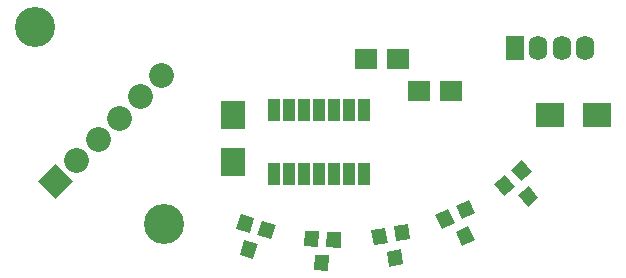
<source format=gbr>
G04 #@! TF.FileFunction,Soldermask,Top*
%FSLAX46Y46*%
G04 Gerber Fmt 4.6, Leading zero omitted, Abs format (unit mm)*
G04 Created by KiCad (PCBNEW 4.0.6) date 03/22/18 19:19:45*
%MOMM*%
%LPD*%
G01*
G04 APERTURE LIST*
%ADD10C,0.100000*%
%ADD11R,2.400000X2.000000*%
%ADD12R,2.000000X2.400000*%
%ADD13R,1.600000X2.100000*%
%ADD14O,1.600000X2.100000*%
%ADD15R,1.900000X1.700000*%
%ADD16R,1.000000X1.900000*%
%ADD17C,3.400000*%
%ADD18C,2.100000*%
G04 APERTURE END LIST*
D10*
D11*
X21800000Y-12500000D03*
X17800000Y-12500000D03*
D12*
X-9000000Y-16500000D03*
X-9000000Y-12500000D03*
D13*
X14800000Y-6800000D03*
D14*
X16800000Y-6800000D03*
X18800000Y-6800000D03*
X20800000Y-6800000D03*
D15*
X2250000Y-7750000D03*
X4950000Y-7750000D03*
X6750000Y-10500000D03*
X9450000Y-10500000D03*
D16*
X-5560000Y-17450000D03*
X-4290000Y-17450000D03*
X-3020000Y-17450000D03*
X-1750000Y-17450000D03*
X-480000Y-17450000D03*
X790000Y-17450000D03*
X2060000Y-17450000D03*
X2060000Y-12050000D03*
X790000Y-12050000D03*
X-480000Y-12050000D03*
X-1750000Y-12050000D03*
X-3020000Y-12050000D03*
X-4290000Y-12050000D03*
X-5560000Y-12050000D03*
D17*
X-25800000Y-5000000D03*
X-14900000Y-21700000D03*
D10*
G36*
X14507516Y-17111051D02*
X15426770Y-16339706D01*
X16262394Y-17335563D01*
X15343140Y-18106908D01*
X14507516Y-17111051D01*
X14507516Y-17111051D01*
G37*
G36*
X13052031Y-18332348D02*
X13971285Y-17561003D01*
X14806909Y-18556860D01*
X13887655Y-19328205D01*
X13052031Y-18332348D01*
X13052031Y-18332348D01*
G37*
G36*
X15065349Y-19253788D02*
X15984603Y-18482443D01*
X16820227Y-19478300D01*
X15900973Y-20249645D01*
X15065349Y-19253788D01*
X15065349Y-19253788D01*
G37*
G36*
X9819887Y-20156676D02*
X10907457Y-19649534D01*
X11456861Y-20827734D01*
X10369291Y-21334876D01*
X9819887Y-20156676D01*
X9819887Y-20156676D01*
G37*
G36*
X8097902Y-20959651D02*
X9185472Y-20452509D01*
X9734876Y-21630709D01*
X8647306Y-22137851D01*
X8097902Y-20959651D01*
X8097902Y-20959651D01*
G37*
G36*
X9804131Y-22370779D02*
X10891701Y-21863637D01*
X11441105Y-23041837D01*
X10353535Y-23548979D01*
X9804131Y-22370779D01*
X9804131Y-22370779D01*
G37*
G36*
X4558163Y-21914290D02*
X5739932Y-21705912D01*
X5965675Y-22986162D01*
X4783906Y-23194540D01*
X4558163Y-21914290D01*
X4558163Y-21914290D01*
G37*
G36*
X2687028Y-22244222D02*
X3868797Y-22035844D01*
X4094540Y-23316094D01*
X2912771Y-23524472D01*
X2687028Y-22244222D01*
X2687028Y-22244222D01*
G37*
G36*
X3969892Y-24048872D02*
X5151661Y-23840494D01*
X5377404Y-25120744D01*
X4195635Y-25329122D01*
X3969892Y-24048872D01*
X3969892Y-24048872D01*
G37*
G36*
X-1064125Y-22370579D02*
X134230Y-22433382D01*
X66193Y-23731601D01*
X-1132162Y-23668798D01*
X-1064125Y-22370579D01*
X-1064125Y-22370579D01*
G37*
G36*
X-2961521Y-22271140D02*
X-1763166Y-22333943D01*
X-1831203Y-23632162D01*
X-3029558Y-23569359D01*
X-2961521Y-22271140D01*
X-2961521Y-22271140D01*
G37*
G36*
X-2117495Y-24318119D02*
X-919140Y-24380922D01*
X-987177Y-25679141D01*
X-2185532Y-25616338D01*
X-2117495Y-24318119D01*
X-2117495Y-24318119D01*
G37*
G36*
X-6582880Y-21424427D02*
X-5435315Y-21775273D01*
X-5815398Y-23018469D01*
X-6962963Y-22667623D01*
X-6582880Y-21424427D01*
X-6582880Y-21424427D01*
G37*
G36*
X-8399859Y-20868921D02*
X-7252294Y-21219767D01*
X-7632377Y-22462963D01*
X-8779942Y-22112117D01*
X-8399859Y-20868921D01*
X-8399859Y-20868921D01*
G37*
G36*
X-8076113Y-23059284D02*
X-6928548Y-23410130D01*
X-7308631Y-24653326D01*
X-8456196Y-24302480D01*
X-8076113Y-23059284D01*
X-8076113Y-23059284D01*
G37*
G36*
X-22607178Y-18092102D02*
X-24092102Y-19577026D01*
X-25577026Y-18092102D01*
X-24092102Y-16607178D01*
X-22607178Y-18092102D01*
X-22607178Y-18092102D01*
G37*
D18*
X-22296051Y-16296051D02*
X-22296051Y-16296051D01*
X-20500000Y-14500000D02*
X-20500000Y-14500000D01*
X-18703948Y-12703948D02*
X-18703948Y-12703948D01*
X-16907897Y-10907897D02*
X-16907897Y-10907897D01*
X-15111846Y-9111846D02*
X-15111846Y-9111846D01*
M02*

</source>
